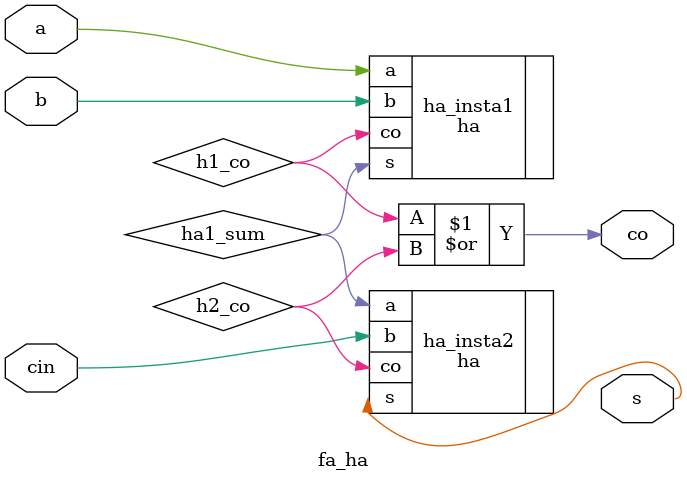
<source format=v>
module fa_ha(a,b,cin,s,co);
input a,b,cin;
output s,co;

wire ha1_sum, ha1_co, ha2_co, carry_total;

ha ha_insta1(.a(a), .b(b), .s(ha1_sum), .co(h1_co));
ha ha_insta2(.a(ha1_sum), .b(cin) , .s(s) , .co(h2_co));
or or_inst(co,h1_co,h2_co);

endmodule

</source>
